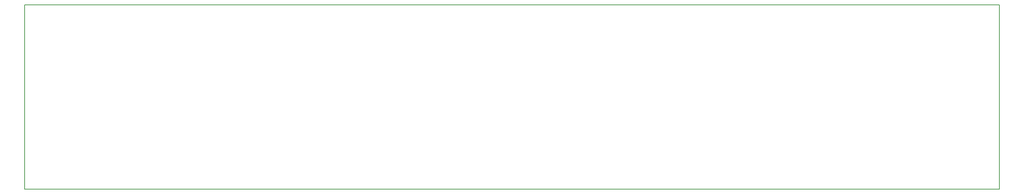
<source format=gbr>
G04 #@! TF.FileFunction,Profile,NP*
%FSLAX46Y46*%
G04 Gerber Fmt 4.6, Leading zero omitted, Abs format (unit mm)*
G04 Created by KiCad (PCBNEW 4.0.7-e2-6376~58~ubuntu16.04.1) date Thu May 17 13:03:46 2018*
%MOMM*%
%LPD*%
G01*
G04 APERTURE LIST*
%ADD10C,0.100000*%
%ADD11C,0.150000*%
G04 APERTURE END LIST*
D10*
D11*
X273560000Y-87630000D02*
X273560000Y-132630000D01*
X35560000Y-132630000D02*
X273560000Y-132630000D01*
X35560000Y-87630000D02*
X273560000Y-87630000D01*
X35560000Y-87630000D02*
X35560000Y-132630000D01*
M02*

</source>
